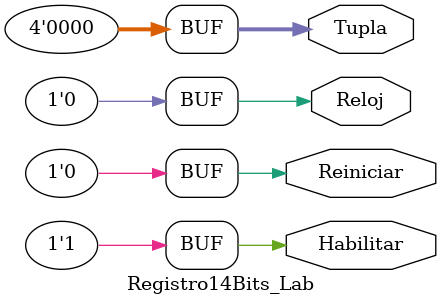
<source format=v>
module Registro14Bits_Lab (/*AUTOARG*/
   // Outputs
   Tupla, Reloj, Reiniciar, Habilitar
   ) ;
   output reg [3:0] Tupla;
   output reg Reloj, Reiniciar, Habilitar;

   wire   [3:0] RtaRegistro;
   
   Registro4Bit RegistroPrueba (RtaRegistro, Tupla, Reloj, Reiniciar, Habilitar);

   //Simulación:
   initial begin
      Tupla     = 4'b0000;
      Reloj     = 1'b0;
      Reiniciar = 1'b0;
      Habilitar = 1'b0;
   end

   initial begin
      repeat (8) begin
	 #1 Reloj <= ~Reloj;
      end
   end

   initial begin
      repeat (8) begin
	 #1 Tupla <= Tupla+1;
      end
   end
   
   initial begin
      #3 Habilitar = 1'b1;
   end

   initial begin
      $dumpfile ("Registro4Bits_Lab.vcd");
      $dumpvars;
   end  
   
endmodule // Registro4Bits_Lab

</source>
